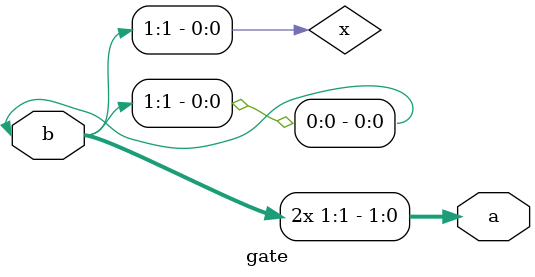
<source format=sv>
module gold(a, b);
	output wire [1:0] a;
	input wire [1:0] b;
	genvar i;
	for (i = 0; i < 2; i++) begin
		wire x;
		assign x = b[i];
		assign a[i] = x;
	end
endmodule

module gate(a, b);
	output wire [1:0] a;
	input wire [1:0] b;
	genvar i;
	for (i = 0; i < 2; i++) begin
		assign x = b[i];
		assign a[i] = x;
	end
endmodule

</source>
